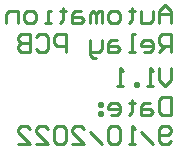
<source format=gbo>
G04*
G04 #@! TF.GenerationSoftware,Altium Limited,Altium Designer,22.7.1 (60)*
G04*
G04 Layer_Color=32896*
%FSLAX44Y44*%
%MOMM*%
G71*
G04*
G04 #@! TF.SameCoordinates,AB4C0C0C-5A6A-49D6-917B-20FAC0EBF4F7*
G04*
G04*
G04 #@! TF.FilePolarity,Positive*
G04*
G01*
G75*
%ADD13C,0.2540*%
D13*
X2842260Y4321531D02*
Y4331687D01*
X2837182Y4336766D01*
X2832103Y4331687D01*
Y4321531D01*
Y4329148D01*
X2842260D01*
X2827025Y4331687D02*
Y4324070D01*
X2824486Y4321531D01*
X2816868D01*
Y4331687D01*
X2809251Y4334227D02*
Y4331687D01*
X2811790D01*
X2806711D01*
X2809251D01*
Y4324070D01*
X2806711Y4321531D01*
X2796555D02*
X2791476D01*
X2788937Y4324070D01*
Y4329148D01*
X2791476Y4331687D01*
X2796555D01*
X2799094Y4329148D01*
Y4324070D01*
X2796555Y4321531D01*
X2783859D02*
Y4331687D01*
X2781320D01*
X2778781Y4329148D01*
Y4321531D01*
Y4329148D01*
X2776241Y4331687D01*
X2773702Y4329148D01*
Y4321531D01*
X2766085Y4331687D02*
X2761006D01*
X2758467Y4329148D01*
Y4321531D01*
X2766085D01*
X2768624Y4324070D01*
X2766085Y4326609D01*
X2758467D01*
X2750850Y4334227D02*
Y4331687D01*
X2753389D01*
X2748311D01*
X2750850D01*
Y4324070D01*
X2748311Y4321531D01*
X2740693D02*
X2735615D01*
X2738154D01*
Y4331687D01*
X2740693D01*
X2725458Y4321531D02*
X2720379D01*
X2717840Y4324070D01*
Y4329148D01*
X2720379Y4331687D01*
X2725458D01*
X2727997Y4329148D01*
Y4324070D01*
X2725458Y4321531D01*
X2712762D02*
Y4331687D01*
X2705144D01*
X2702605Y4329148D01*
Y4321531D01*
X2842260Y4297153D02*
Y4312388D01*
X2834643D01*
X2832103Y4309849D01*
Y4304770D01*
X2834643Y4302231D01*
X2842260D01*
X2837182D02*
X2832103Y4297153D01*
X2819407D02*
X2824486D01*
X2827025Y4299692D01*
Y4304770D01*
X2824486Y4307309D01*
X2819407D01*
X2816868Y4304770D01*
Y4302231D01*
X2827025D01*
X2811790Y4297153D02*
X2806711D01*
X2809251D01*
Y4312388D01*
X2811790D01*
X2796555Y4307309D02*
X2791476D01*
X2788937Y4304770D01*
Y4297153D01*
X2796555D01*
X2799094Y4299692D01*
X2796555Y4302231D01*
X2788937D01*
X2783859Y4307309D02*
Y4299692D01*
X2781320Y4297153D01*
X2773702D01*
Y4294613D01*
X2776241Y4292074D01*
X2778781D01*
X2773702Y4297153D02*
Y4307309D01*
X2753389Y4297153D02*
Y4312388D01*
X2745771D01*
X2743232Y4309849D01*
Y4304770D01*
X2745771Y4302231D01*
X2753389D01*
X2727997Y4309849D02*
X2730536Y4312388D01*
X2735615D01*
X2738154Y4309849D01*
Y4299692D01*
X2735615Y4297153D01*
X2730536D01*
X2727997Y4299692D01*
X2722919Y4312388D02*
Y4297153D01*
X2715301D01*
X2712762Y4299692D01*
Y4302231D01*
X2715301Y4304770D01*
X2722919D01*
X2715301D01*
X2712762Y4307309D01*
Y4309849D01*
X2715301Y4312388D01*
X2722919D01*
X2842260Y4282931D02*
Y4272774D01*
X2837182Y4267696D01*
X2832103Y4272774D01*
Y4282931D01*
X2827025Y4267696D02*
X2821947D01*
X2824486D01*
Y4282931D01*
X2827025Y4280392D01*
X2814329Y4267696D02*
Y4270235D01*
X2811790D01*
Y4267696D01*
X2814329D01*
X2801633D02*
X2796555D01*
X2799094D01*
Y4282931D01*
X2801633Y4280392D01*
X2842260Y4258553D02*
Y4243318D01*
X2834643D01*
X2832103Y4245857D01*
Y4256014D01*
X2834643Y4258553D01*
X2842260D01*
X2824486Y4253475D02*
X2819407D01*
X2816868Y4250936D01*
Y4243318D01*
X2824486D01*
X2827025Y4245857D01*
X2824486Y4248396D01*
X2816868D01*
X2809251Y4256014D02*
Y4253475D01*
X2811790D01*
X2806711D01*
X2809251D01*
Y4245857D01*
X2806711Y4243318D01*
X2791476D02*
X2796555D01*
X2799094Y4245857D01*
Y4250936D01*
X2796555Y4253475D01*
X2791476D01*
X2788937Y4250936D01*
Y4248396D01*
X2799094D01*
X2783859Y4253475D02*
X2781320D01*
Y4250936D01*
X2783859D01*
Y4253475D01*
Y4245857D02*
X2781320D01*
Y4243318D01*
X2783859D01*
Y4245857D01*
X2842260Y4221479D02*
X2839721Y4218940D01*
X2834643D01*
X2832103Y4221479D01*
Y4231636D01*
X2834643Y4234175D01*
X2839721D01*
X2842260Y4231636D01*
Y4229097D01*
X2839721Y4226558D01*
X2832103D01*
X2827025Y4218940D02*
X2816868Y4229097D01*
X2811790Y4218940D02*
X2806711D01*
X2809251D01*
Y4234175D01*
X2811790Y4231636D01*
X2799094D02*
X2796555Y4234175D01*
X2791476D01*
X2788937Y4231636D01*
Y4221479D01*
X2791476Y4218940D01*
X2796555D01*
X2799094Y4221479D01*
Y4231636D01*
X2783859Y4218940D02*
X2773702Y4229097D01*
X2758467Y4218940D02*
X2768624D01*
X2758467Y4229097D01*
Y4231636D01*
X2761006Y4234175D01*
X2766085D01*
X2768624Y4231636D01*
X2753389D02*
X2750850Y4234175D01*
X2745771D01*
X2743232Y4231636D01*
Y4221479D01*
X2745771Y4218940D01*
X2750850D01*
X2753389Y4221479D01*
Y4231636D01*
X2727997Y4218940D02*
X2738154D01*
X2727997Y4229097D01*
Y4231636D01*
X2730536Y4234175D01*
X2735615D01*
X2738154Y4231636D01*
X2712762Y4218940D02*
X2722919D01*
X2712762Y4229097D01*
Y4231636D01*
X2715301Y4234175D01*
X2720379D01*
X2722919Y4231636D01*
M02*

</source>
